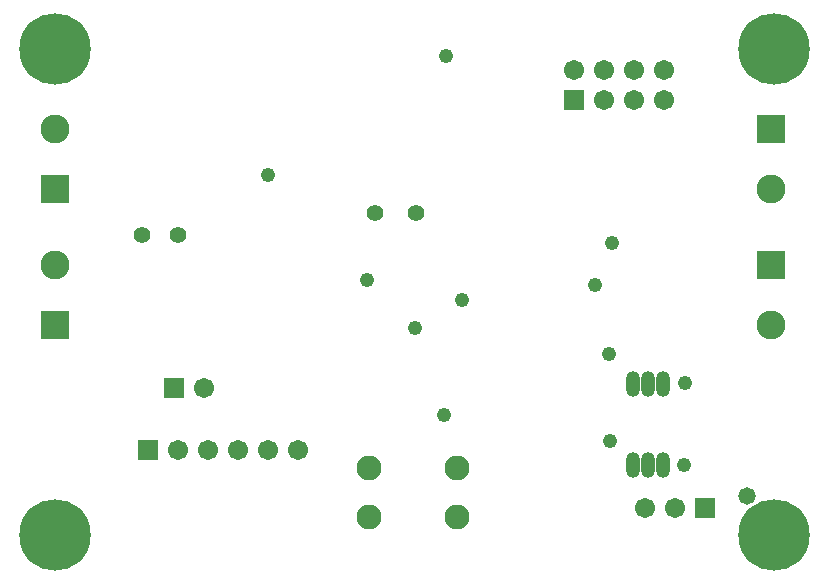
<source format=gbs>
G04*
G04 #@! TF.GenerationSoftware,Altium Limited,Altium Designer,18.0.12 (696)*
G04*
G04 Layer_Color=16711935*
%FSLAX25Y25*%
%MOIN*%
G70*
G01*
G75*
%ADD38O,0.04737X0.08674*%
%ADD39O,0.04737X0.08674*%
%ADD40R,0.06706X0.06706*%
%ADD41C,0.06706*%
%ADD42C,0.09659*%
%ADD43R,0.09378X0.09378*%
%ADD44C,0.23800*%
%ADD45C,0.05524*%
%ADD46C,0.08300*%
%ADD47C,0.04800*%
%ADD48C,0.05800*%
D38*
X221500Y120000D02*
D03*
X211500D02*
D03*
X221500Y147000D02*
D03*
X211500D02*
D03*
D39*
X216500Y120000D02*
D03*
Y147000D02*
D03*
D40*
X192000Y241500D02*
D03*
X58500Y145500D02*
D03*
X50000Y125000D02*
D03*
X235500Y105500D02*
D03*
D41*
X192000Y251500D02*
D03*
X202000Y241500D02*
D03*
Y251500D02*
D03*
X212000Y241500D02*
D03*
Y251500D02*
D03*
X222000Y241500D02*
D03*
Y251500D02*
D03*
X68500Y145500D02*
D03*
X60000Y125000D02*
D03*
X70000D02*
D03*
X80000D02*
D03*
X90000D02*
D03*
X100000D02*
D03*
X225500Y105500D02*
D03*
X215500D02*
D03*
D42*
X19000Y186500D02*
D03*
Y232000D02*
D03*
X257500Y166500D02*
D03*
Y212000D02*
D03*
D43*
X19000Y166500D02*
D03*
Y212000D02*
D03*
X257500Y186500D02*
D03*
Y232000D02*
D03*
D44*
X19000Y258500D02*
D03*
X258500D02*
D03*
Y96500D02*
D03*
X19000D02*
D03*
D45*
X139279Y204000D02*
D03*
X125500D02*
D03*
X48000Y196626D02*
D03*
X59811D02*
D03*
D46*
X153000Y102465D02*
D03*
Y119000D02*
D03*
X123500Y102465D02*
D03*
Y119000D02*
D03*
D47*
X123000Y181500D02*
D03*
X203500Y157000D02*
D03*
X148500Y136500D02*
D03*
X199000Y180000D02*
D03*
X154500Y175000D02*
D03*
X204500Y194000D02*
D03*
X149291Y256250D02*
D03*
X139000Y165500D02*
D03*
X228500Y120000D02*
D03*
X229000Y147146D02*
D03*
X90000Y216500D02*
D03*
X204000Y128000D02*
D03*
D48*
X19000Y249500D02*
D03*
X10000Y258500D02*
D03*
X28000D02*
D03*
X19000Y267500D02*
D03*
X258500Y249500D02*
D03*
X249500Y258500D02*
D03*
X267500D02*
D03*
X258500Y267500D02*
D03*
Y87500D02*
D03*
X249500Y109500D02*
D03*
X267500Y96500D02*
D03*
X258500Y105500D02*
D03*
X19000Y87500D02*
D03*
X10000Y96500D02*
D03*
X28000D02*
D03*
X19000Y105500D02*
D03*
M02*

</source>
